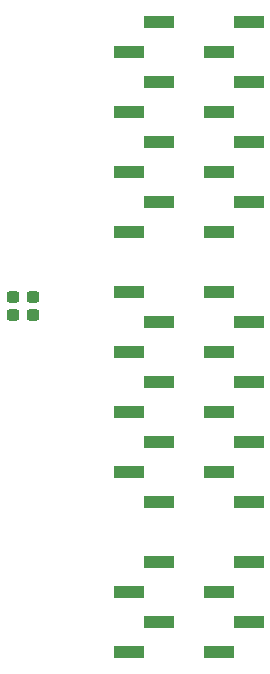
<source format=gbr>
G04 #@! TF.GenerationSoftware,KiCad,Pcbnew,9.0.6-9.0.6~ubuntu25.10.1*
G04 #@! TF.CreationDate,2025-12-01T20:39:10+09:00*
G04 #@! TF.ProjectId,bionic-z280,62696f6e-6963-42d7-9a32-38302e6b6963,1*
G04 #@! TF.SameCoordinates,Original*
G04 #@! TF.FileFunction,Paste,Bot*
G04 #@! TF.FilePolarity,Positive*
%FSLAX46Y46*%
G04 Gerber Fmt 4.6, Leading zero omitted, Abs format (unit mm)*
G04 Created by KiCad (PCBNEW 9.0.6-9.0.6~ubuntu25.10.1) date 2025-12-01 20:39:10*
%MOMM*%
%LPD*%
G01*
G04 APERTURE LIST*
G04 Aperture macros list*
%AMRoundRect*
0 Rectangle with rounded corners*
0 $1 Rounding radius*
0 $2 $3 $4 $5 $6 $7 $8 $9 X,Y pos of 4 corners*
0 Add a 4 corners polygon primitive as box body*
4,1,4,$2,$3,$4,$5,$6,$7,$8,$9,$2,$3,0*
0 Add four circle primitives for the rounded corners*
1,1,$1+$1,$2,$3*
1,1,$1+$1,$4,$5*
1,1,$1+$1,$6,$7*
1,1,$1+$1,$8,$9*
0 Add four rect primitives between the rounded corners*
20,1,$1+$1,$2,$3,$4,$5,0*
20,1,$1+$1,$4,$5,$6,$7,0*
20,1,$1+$1,$6,$7,$8,$9,0*
20,1,$1+$1,$8,$9,$2,$3,0*%
G04 Aperture macros list end*
%ADD10R,2.510000X1.000000*%
%ADD11RoundRect,0.237500X0.300000X0.237500X-0.300000X0.237500X-0.300000X-0.237500X0.300000X-0.237500X0*%
G04 APERTURE END LIST*
D10*
X116265400Y-130960000D03*
X118754600Y-128420000D03*
X116265400Y-125880000D03*
X118754600Y-123340000D03*
X118754600Y-118260000D03*
X116265400Y-115720000D03*
X118754600Y-113180000D03*
X116265400Y-110640000D03*
X118754600Y-108100000D03*
X116265400Y-105560000D03*
X118754600Y-103020000D03*
X116265400Y-100480000D03*
X116265400Y-95400000D03*
X118754600Y-92860000D03*
X116265400Y-90320000D03*
X118754600Y-87780000D03*
X116265400Y-85240000D03*
X118754600Y-82700000D03*
X116265400Y-80160000D03*
X118754600Y-77620000D03*
D11*
X100492000Y-100861000D03*
X98767000Y-100861000D03*
D10*
X111134600Y-77620000D03*
X108645400Y-80160000D03*
X111134600Y-82700000D03*
X108645400Y-85240000D03*
X111134600Y-87780000D03*
X108645400Y-90320000D03*
X111134600Y-92860000D03*
X108645400Y-95400000D03*
X108645400Y-100480000D03*
X111134600Y-103020000D03*
X108645400Y-105560000D03*
X111134600Y-108100000D03*
X108645400Y-110640000D03*
X111134600Y-113180000D03*
X108645400Y-115720000D03*
X111134600Y-118260000D03*
X111134600Y-123340000D03*
X108645400Y-125880000D03*
X111134600Y-128420000D03*
X108645400Y-130960000D03*
D11*
X100492000Y-102435800D03*
X98767000Y-102435800D03*
M02*

</source>
